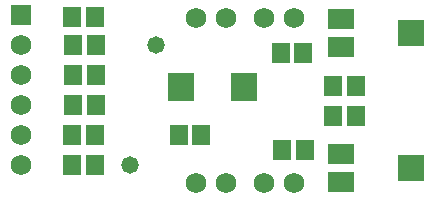
<source format=gts>
G04 Layer_Color=8388736*
%FSLAX25Y25*%
%MOIN*%
G70*
G01*
G75*
%ADD10R,0.08900X0.09800*%
%ADD22R,0.05918X0.06706*%
%ADD23R,0.08674X0.07099*%
%ADD24R,0.08674X0.08674*%
%ADD25C,0.06800*%
%ADD26R,0.06800X0.06800*%
%ADD27C,0.05800*%
D10*
X251000Y254500D02*
D03*
X230000D02*
D03*
D22*
X229260Y238500D02*
D03*
X236740D02*
D03*
X263760Y233500D02*
D03*
X271240D02*
D03*
X263260Y266000D02*
D03*
X270740D02*
D03*
X193760Y228500D02*
D03*
X201240D02*
D03*
X193760Y238500D02*
D03*
X201240D02*
D03*
X201480Y248500D02*
D03*
X194000D02*
D03*
X201480Y258500D02*
D03*
X194000D02*
D03*
X201480Y268500D02*
D03*
X194000D02*
D03*
X201240Y278000D02*
D03*
X193760D02*
D03*
X288240Y255000D02*
D03*
X280760D02*
D03*
X288240Y245000D02*
D03*
X280760D02*
D03*
D23*
X283189Y277126D02*
D03*
Y267874D02*
D03*
Y232126D02*
D03*
Y222874D02*
D03*
D24*
X306811Y272500D02*
D03*
Y227500D02*
D03*
D25*
X267500Y222500D02*
D03*
X257500D02*
D03*
X235000D02*
D03*
X245000D02*
D03*
X267500Y277500D02*
D03*
X257500D02*
D03*
X235000D02*
D03*
X245000D02*
D03*
X176500Y268500D02*
D03*
Y258500D02*
D03*
Y248500D02*
D03*
Y238500D02*
D03*
Y228500D02*
D03*
D26*
Y278500D02*
D03*
D27*
X221500Y268500D02*
D03*
X213000Y228500D02*
D03*
M02*

</source>
